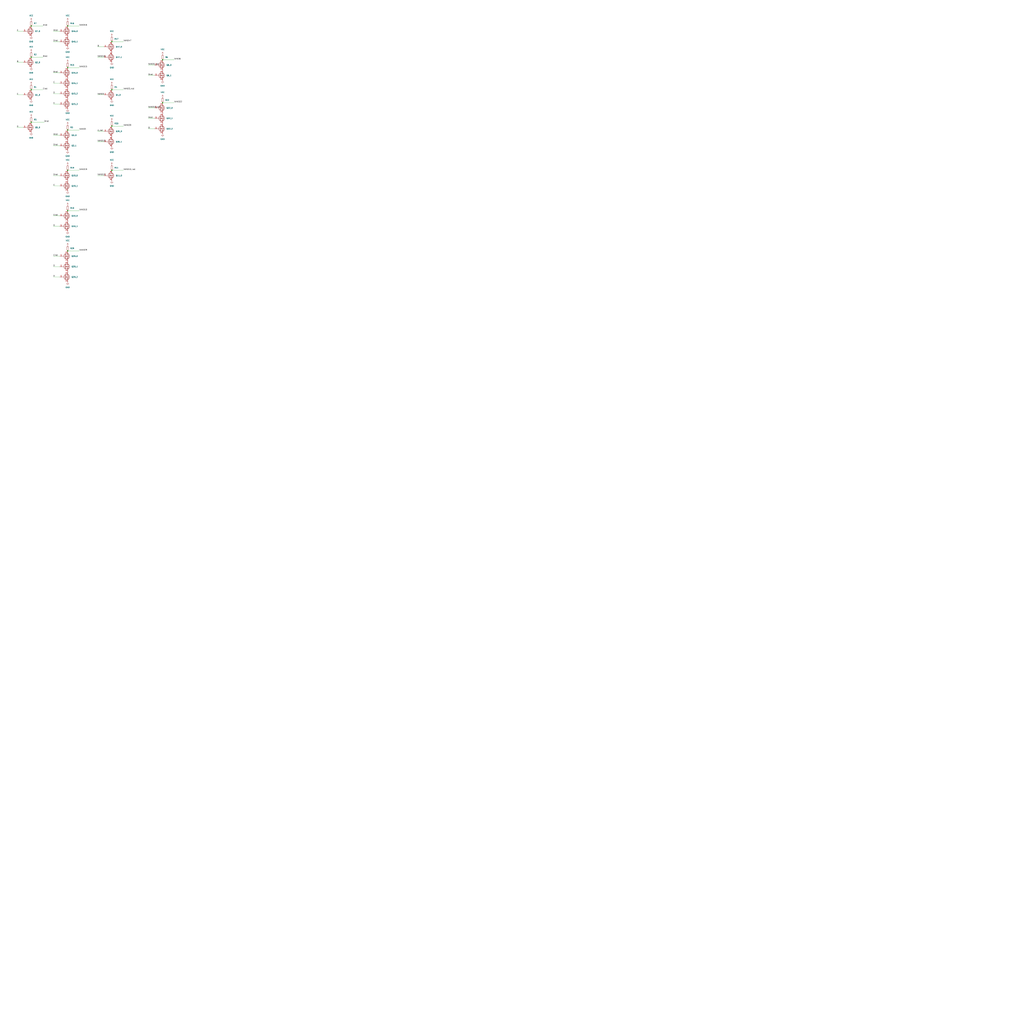
<source format=kicad_sch>
(kicad_sch (version 20211123) (generator eeschema)
  (paper "User" 999.998 999.998)
  (lib_symbols
    (symbol "Device:R_Small" (pin_numbers hide) (pin_names (offset 0.254) hide)
      (property "Reference" "R" (at 0.762 0.508 0))
      (property "Value" "R_Small" (at 0.762 -1.016 0))
      (symbol "R_Small_0_1"
        (rectangle (start -0.762 1.778) (end 0.762 -1.778) (stroke (width 0.2032)))
      )
      (symbol "R_Small_1_1"
        (pin passive line (at 0 2.54 270) (length 0.762) (name "~") (number "1"))
        (pin passive line (at 0 -2.54 90) (length 0.762) (name "~") (number "2"))
      )
    )
    (symbol "Transistor_FET:2N7002" (pin_names hide)
      (property "Reference" "Q" (at 5.08 1.905 0))
      (property "Value" "2N7002" (at 5.08 0 0))
      (symbol "2N7002_0_1"
        (polyline (pts (xy 0.254 0) (xy -2.54 0)))
        (polyline (pts (xy 0.254 1.905) (xy 0.254 -1.905)) (stroke (width 0.254)))
        (polyline (pts (xy 0.762 -1.27) (xy 0.762 -2.286)) (stroke (width 0.254)))
        (polyline (pts (xy 0.762 0.508) (xy 0.762 -0.508)) (stroke (width 0.254)))
        (polyline (pts (xy 0.762 2.286) (xy 0.762 1.27)) (stroke (width 0.254)))
        (polyline (pts (xy 2.54 2.54) (xy 2.54 1.778)))
        (polyline (pts (xy 2.54 -2.54) (xy 2.54 0) (xy 0.762 0)))
        (polyline (pts (xy 0.762 -1.778) (xy 3.302 -1.778) (xy 3.302 1.778) (xy 0.762 1.778)))
        (polyline (pts (xy 1.016 0) (xy 2.032 0.381) (xy 2.032 -0.381) (xy 1.016 0)) (fill (type outline)))
        (polyline (pts (xy 2.794 0.508) (xy 2.921 0.381) (xy 3.683 0.381) (xy 3.81 0.254)))
        (polyline (pts (xy 3.302 0.381) (xy 2.921 -0.254) (xy 3.683 -0.254) (xy 3.302 0.381)))
        (circle (center 1.651 0) (radius 2.794) (stroke (width 0.254)))
        (circle (center 2.54 -1.778) (radius 0.254) (fill (type outline)))
        (circle (center 2.54 1.778) (radius 0.254) (fill (type outline)))
      )
      (symbol "2N7002_1_1"
        (pin input line (at -5.08 0 0) (length 2.54) (name "G") (number "1"))
        (pin passive line (at 2.54 -5.08 90) (length 2.54) (name "S") (number "2"))
        (pin passive line (at 2.54 5.08 270) (length 2.54) (name "D") (number "3"))
      )
    )
    (symbol "power:GND" (power) (pin_names (offset 0))
      (property "Value" "GND" (at 0 -3.81 0))
      (symbol "GND_0_1"
        (polyline (pts (xy 0 0) (xy 0 -1.27) (xy 1.27 -1.27) (xy 0 -2.54) (xy -1.27 -1.27) (xy 0 -1.27)))
      )
      (symbol "GND_1_1"
        (pin power_in line (at 0 0 270) (length 0) hide (name "GND") (number "1"))
      )
    )
    (symbol "power:VCC" (power) (pin_names (offset 0))
      (property "Value" "VCC" (at 0 3.81 0))
      (symbol "VCC_0_1"
        (polyline (pts (xy -0.762 1.27) (xy 0 2.54)))
        (polyline (pts (xy 0 0) (xy 0 2.54)))
        (polyline (pts (xy 0 2.54) (xy 0.762 1.27)))
      )
      (symbol "VCC_1_1"
        (pin power_in line (at 0 0 90) (length 0) hide (name "VCC") (number "1"))
      )
    )
  )
  (junction (at 158.75 58.42))
  (junction (at 30.48 55.88))
  (junction (at 109.22 87.63))
  (junction (at 109.22 166.37))
  (junction (at 158.75 100.33))
  (junction (at 66.04 66.04))
  (junction (at 30.48 25.4))
  (junction (at 109.22 40.64))
  (junction (at 66.04 205.74))
  (junction (at 66.04 25.4))
  (junction (at 66.04 127))
  (junction (at 30.48 87.63))
  (junction (at 66.04 245.11))
  (junction (at 66.04 166.37))
  (junction (at 30.48 119.38))
  (junction (at 109.22 123.19))
  (wire (pts (xy 120.65 123.19) (xy 109.22 123.19)))
  (wire (pts (xy 16.51 30.48) (xy 22.86 30.48)))
  (wire (pts (xy 52.07 142.24) (xy 58.42 142.24)))
  (wire (pts (xy 144.78 125.73) (xy 151.13 125.73)))
  (wire (pts (xy 52.07 210.82) (xy 58.42 210.82)))
  (wire (pts (xy 77.47 66.04) (xy 66.04 66.04)))
  (wire (pts (xy 77.47 166.37) (xy 66.04 166.37)))
  (wire (pts (xy 77.47 25.4) (xy 66.04 25.4)))
  (wire (pts (xy 52.07 171.45) (xy 58.42 171.45)))
  (wire (pts (xy 170.18 58.42) (xy 158.75 58.42)))
  (wire (pts (xy 16.51 92.71) (xy 22.86 92.71)))
  (wire (pts (xy 41.91 55.88) (xy 30.48 55.88)))
  (wire (pts (xy 144.78 63.5) (xy 151.13 63.5)))
  (wire (pts (xy 77.47 205.74) (xy 66.04 205.74)))
  (wire (pts (xy 77.47 245.11) (xy 66.04 245.11)))
  (wire (pts (xy 52.07 220.98) (xy 58.42 220.98)))
  (wire (pts (xy 52.07 91.44) (xy 58.42 91.44)))
  (wire (pts (xy 77.47 127) (xy 66.04 127)))
  (wire (pts (xy 52.07 270.51) (xy 58.42 270.51)))
  (wire (pts (xy 52.07 132.08) (xy 58.42 132.08)))
  (wire (pts (xy 52.07 250.19) (xy 58.42 250.19)))
  (wire (pts (xy 16.51 60.96) (xy 22.86 60.96)))
  (wire (pts (xy 52.07 71.12) (xy 58.42 71.12)))
  (wire (pts (xy 144.78 73.66) (xy 151.13 73.66)))
  (wire (pts (xy 120.65 40.64) (xy 109.22 40.64)))
  (wire (pts (xy 52.07 181.61) (xy 58.42 181.61)))
  (wire (pts (xy 95.25 171.45) (xy 101.6 171.45)))
  (wire (pts (xy 41.91 25.4) (xy 30.48 25.4)))
  (wire (pts (xy 95.25 55.88) (xy 101.6 55.88)))
  (wire (pts (xy 144.78 115.57) (xy 151.13 115.57)))
  (wire (pts (xy 120.65 166.37) (xy 109.22 166.37)))
  (wire (pts (xy 41.91 87.63) (xy 30.48 87.63)))
  (wire (pts (xy 95.25 128.27) (xy 101.6 128.27)))
  (wire (pts (xy 16.51 124.46) (xy 22.86 124.46)))
  (wire (pts (xy 95.25 92.71) (xy 101.6 92.71)))
  (wire (pts (xy 52.07 40.64) (xy 58.42 40.64)))
  (wire (pts (xy 170.18 100.33) (xy 158.75 100.33)))
  (wire (pts (xy 95.25 138.43) (xy 101.6 138.43)))
  (wire (pts (xy 52.07 260.35) (xy 58.42 260.35)))
  (wire (pts (xy 95.25 45.72) (xy 101.6 45.72)))
  (wire (pts (xy 52.07 101.6) (xy 58.42 101.6)))
  (wire (pts (xy 30.48 119.38) (xy 43.18 119.38)))
  (wire (pts (xy 52.07 81.28) (xy 58.42 81.28)))
  (wire (pts (xy 144.78 105.41) (xy 151.13 105.41)))
  (wire (pts (xy 52.07 30.48) (xy 58.42 30.48)))
  (wire (pts (xy 120.65 87.63) (xy 109.22 87.63)))
  (label "NAND15" (at 77.47 66.04 0))
  (label "NAND10_not" (at 120.65 166.37 0))
  (label "Anot" (at 52.07 30.48 0))
  (label "NAND10_not" (at 144.78 105.41 0))
  (label "NAND46" (at 77.47 25.4 0))
  (label "NAND10" (at 77.47 205.74 0))
  (label "A_not" (at 95.25 128.27 0))
  (label "NAND29" (at 77.47 245.11 0))
  (label "A" (at 16.51 30.48 0))
  (label "Dnot" (at 52.07 142.24 0))
  (label "NAND3" (at 77.47 127 0))
  (label "Dnot" (at 52.07 40.64 0))
  (label "Cnot" (at 52.07 250.19 0))
  (label "D" (at 16.51 124.46 0))
  (label "Dnot" (at 43.18 119.38 0))
  (label "Anot" (at 52.07 132.08 0))
  (label "NAND22" (at 170.18 100.33 0))
  (label "NAND10" (at 95.25 171.45 0))
  (label "Dnot" (at 144.78 73.66 0))
  (label "D" (at 52.07 220.98 0))
  (label "Cnot" (at 41.91 87.63 0))
  (label "C" (at 16.51 92.71 0))
  (label "NAND46" (at 95.25 55.88 0))
  (label "C" (at 52.07 81.28 0))
  (label "B" (at 95.25 45.72 0))
  (label "NAND19" (at 95.25 138.43 0))
  (label "Dnot" (at 52.07 171.45 0))
  (label "D" (at 52.07 260.35 0))
  (label "NAND3_not" (at 120.65 87.63 0))
  (label "Cnot" (at 52.07 210.82 0))
  (label "NAND6" (at 170.18 58.42 0))
  (label "NAND47" (at 120.65 40.64 0))
  (label "NAND19" (at 77.47 166.37 0))
  (label "D" (at 52.07 91.44 0))
  (label "Anot" (at 144.78 115.57 0))
  (label "NAND3" (at 95.25 92.71 0))
  (label "B" (at 144.78 125.73 0))
  (label "NAND3_not" (at 144.78 63.5 0))
  (label "C" (at 52.07 181.61 0))
  (label "D" (at 52.07 270.51 0))
  (label "A" (at 52.07 101.6 0))
  (label "Anot" (at 41.91 25.4 0))
  (label "B" (at 16.51 60.96 0))
  (label "NAND20" (at 120.65 123.19 0))
  (label "Bnot" (at 52.07 71.12 0))
  (label "Bnot" (at 41.91 55.88 0))
  (symbol (lib_id "power:GND") (at 30.48 97.79 0) (unit 1)
    (property "Reference" "#PWR0101" (effects hide))
    (property "Value" "GND" (at 30.48 102.87 0))
  )
  (symbol (lib_id "power:GND") (at 66.04 45.72 0) (unit 1)
    (property "Reference" "#PWR0112" (effects hide))
    (property "Value" "GND" (at 66.04 50.8 0))
  )
  (symbol (lib_id "power:VCC") (at 30.48 20.32 0) (unit 1)
    (property "Reference" "#PWR0103" (effects hide))
    (property "Value" "VCC" (at 30.48 15.24 0))
  )
  (symbol (lib_id "Device:R_Small") (at 158.75 97.79 0) (unit 1)
    (property "Reference" "R22" (at 161.29 97.7899 0) (effects (justify left)))
    (property "Value" "R_Small" (effects hide))
    (property "Footprint" "Resistor_SMD:R_0402_1005Metric" (effects hide))
  )
  (symbol (lib_id "power:VCC") (at 109.22 35.56 0) (unit 1)
    (property "Reference" "#PWR0126" (effects hide))
    (property "Value" "VCC" (at 109.22 30.48 0))
  )
  (symbol (lib_id "Transistor_FET:2N7002") (at 63.5 171.45 0) (unit 1)
    (property "Reference" "Q19_0" (at 69.85 171.4499 0) (effects (justify left)))
    (property "Value" "2N7002" (effects hide))
    (property "Footprint" "Package_TO_SOT_SMD:SOT-23" (effects hide))
    (property "Datasheet" "https://www.onsemi.com/pub/Collateral/NDS7002A-D.PDF" (effects hide))
  )
  (symbol (lib_id "power:VCC") (at 158.75 95.25 0) (unit 1)
    (property "Reference" "#PWR0130" (effects hide))
    (property "Value" "VCC" (at 158.75 90.17 0))
  )
  (symbol (lib_id "Transistor_FET:2N7002") (at 156.21 105.41 0) (unit 1)
    (property "Reference" "Q22_0" (at 162.56 105.4099 0) (effects (justify left)))
    (property "Value" "2N7002" (effects hide))
    (property "Footprint" "Package_TO_SOT_SMD:SOT-23" (effects hide))
    (property "Datasheet" "https://www.onsemi.com/pub/Collateral/NDS7002A-D.PDF" (effects hide))
  )
  (symbol (lib_id "power:GND") (at 109.22 143.51 0) (unit 1)
    (property "Reference" "#PWR0123" (effects hide))
    (property "Value" "GND" (at 109.22 148.59 0))
  )
  (symbol (lib_id "Transistor_FET:2N7002") (at 156.21 73.66 0) (unit 1)
    (property "Reference" "Q6_1" (at 162.56 73.6599 0) (effects (justify left)))
    (property "Value" "2N7002" (effects hide))
    (property "Footprint" "Package_TO_SOT_SMD:SOT-23" (effects hide))
    (property "Datasheet" "https://www.onsemi.com/pub/Collateral/NDS7002A-D.PDF" (effects hide))
  )
  (symbol (lib_id "power:GND") (at 158.75 78.74 0) (unit 1)
    (property "Reference" "#PWR0124" (effects hide))
    (property "Value" "GND" (at 158.75 83.82 0))
  )
  (symbol (lib_id "Transistor_FET:2N7002") (at 156.21 63.5 0) (unit 1)
    (property "Reference" "Q6_0" (at 162.56 63.4999 0) (effects (justify left)))
    (property "Value" "2N7002" (effects hide))
    (property "Footprint" "Package_TO_SOT_SMD:SOT-23" (effects hide))
    (property "Datasheet" "https://www.onsemi.com/pub/Collateral/NDS7002A-D.PDF" (effects hide))
  )
  (symbol (lib_id "Device:R_Small") (at 158.75 55.88 0) (unit 1)
    (property "Reference" "R6" (at 161.29 55.8799 0) (effects (justify left)))
    (property "Value" "R_Small" (effects hide))
    (property "Footprint" "Resistor_SMD:R_0402_1005Metric" (effects hide))
  )
  (symbol (lib_id "power:VCC") (at 109.22 118.11 0) (unit 1)
    (property "Reference" "#PWR0129" (effects hide))
    (property "Value" "VCC" (at 109.22 113.03 0))
  )
  (symbol (lib_id "Transistor_FET:2N7002") (at 27.94 30.48 0) (unit 1)
    (property "Reference" "Q7_0" (at 34.29 30.4799 0) (effects (justify left)))
    (property "Value" "2N7002" (effects hide))
    (property "Footprint" "Package_TO_SOT_SMD:SOT-23" (effects hide))
    (property "Datasheet" "https://www.onsemi.com/pub/Collateral/NDS7002A-D.PDF" (effects hide))
  )
  (symbol (lib_id "power:VCC") (at 30.48 50.8 0) (unit 1)
    (property "Reference" "#PWR0110" (effects hide))
    (property "Value" "VCC" (at 30.48 45.72 0))
  )
  (symbol (lib_id "Transistor_FET:2N7002") (at 63.5 220.98 0) (unit 1)
    (property "Reference" "Q10_1" (at 69.85 220.9799 0) (effects (justify left)))
    (property "Value" "2N7002" (effects hide))
    (property "Footprint" "Package_TO_SOT_SMD:SOT-23" (effects hide))
    (property "Datasheet" "https://www.onsemi.com/pub/Collateral/NDS7002A-D.PDF" (effects hide))
  )
  (symbol (lib_id "power:VCC") (at 66.04 200.66 0) (unit 1)
    (property "Reference" "#PWR0115" (effects hide))
    (property "Value" "VCC" (at 66.04 195.58 0))
  )
  (symbol (lib_id "power:GND") (at 66.04 106.68 0) (unit 1)
    (property "Reference" "#PWR0107" (effects hide))
    (property "Value" "GND" (at 66.04 110.49 0))
  )
  (symbol (lib_id "power:GND") (at 109.22 60.96 0) (unit 1)
    (property "Reference" "#PWR0128" (effects hide))
    (property "Value" "GND" (at 109.22 66.04 0))
  )
  (symbol (lib_id "power:VCC") (at 66.04 240.03 0) (unit 1)
    (property "Reference" "#PWR0118" (effects hide))
    (property "Value" "VCC" (at 66.04 234.95 0))
  )
  (symbol (lib_id "Transistor_FET:2N7002") (at 63.5 71.12 0) (unit 1)
    (property "Reference" "Q15_0" (at 69.85 71.1199 0) (effects (justify left)))
    (property "Value" "2N7002" (effects hide))
    (property "Footprint" "Package_TO_SOT_SMD:SOT-23" (effects hide))
    (property "Datasheet" "https://www.onsemi.com/pub/Collateral/NDS7002A-D.PDF" (effects hide))
  )
  (symbol (lib_id "Transistor_FET:2N7002") (at 63.5 270.51 0) (unit 1)
    (property "Reference" "Q29_2" (at 69.85 270.5099 0) (effects (justify left)))
    (property "Value" "2N7002" (effects hide))
    (property "Footprint" "Package_TO_SOT_SMD:SOT-23" (effects hide))
    (property "Datasheet" "https://www.onsemi.com/pub/Collateral/NDS7002A-D.PDF" (effects hide))
  )
  (symbol (lib_id "power:GND") (at 158.75 130.81 0) (unit 1)
    (property "Reference" "#PWR0131" (effects hide))
    (property "Value" "GND" (at 158.75 135.89 0))
  )
  (symbol (lib_id "power:VCC") (at 66.04 60.96 0) (unit 1)
    (property "Reference" "#PWR0111" (effects hide))
    (property "Value" "VCC" (at 66.04 55.88 0))
  )
  (symbol (lib_id "Transistor_FET:2N7002") (at 63.5 250.19 0) (unit 1)
    (property "Reference" "Q29_0" (at 69.85 250.1899 0) (effects (justify left)))
    (property "Value" "2N7002" (effects hide))
    (property "Footprint" "Package_TO_SOT_SMD:SOT-23" (effects hide))
    (property "Datasheet" "https://www.onsemi.com/pub/Collateral/NDS7002A-D.PDF" (effects hide))
  )
  (symbol (lib_id "Device:R_Small") (at 30.48 53.34 0) (unit 1)
    (property "Reference" "R2" (at 33.02 53.3399 0) (effects (justify left)))
    (property "Value" "R_Small" (effects hide))
    (property "Footprint" "Resistor_SMD:R_0402_1005Metric" (effects hide))
  )
  (symbol (lib_id "Transistor_FET:2N7002") (at 106.68 45.72 0) (unit 1)
    (property "Reference" "Q47_0" (at 113.03 45.7199 0) (effects (justify left)))
    (property "Value" "2N7002" (effects hide))
    (property "Footprint" "Package_TO_SOT_SMD:SOT-23" (effects hide))
    (property "Datasheet" "https://www.onsemi.com/pub/Collateral/NDS7002A-D.PDF" (effects hide))
  )
  (symbol (lib_id "power:GND") (at 109.22 97.79 0) (unit 1)
    (property "Reference" "#PWR0132" (effects hide))
    (property "Value" "GND" (at 109.22 102.87 0))
  )
  (symbol (lib_id "Device:R_Small") (at 30.48 22.86 0) (unit 1)
    (property "Reference" "R7" (at 33.02 22.8599 0) (effects (justify left)))
    (property "Value" "R_Small" (effects hide))
    (property "Footprint" "Resistor_SMD:R_0402_1005Metric" (effects hide))
  )
  (symbol (lib_id "Transistor_FET:2N7002") (at 27.94 124.46 0) (unit 1)
    (property "Reference" "Q5_0" (at 34.29 124.4599 0) (effects (justify left)))
    (property "Value" "2N7002" (effects hide))
    (property "Footprint" "Package_TO_SOT_SMD:SOT-23" (effects hide))
    (property "Datasheet" "https://www.onsemi.com/pub/Collateral/NDS7002A-D.PDF" (effects hide))
  )
  (symbol (lib_id "Transistor_FET:2N7002") (at 63.5 181.61 0) (unit 1)
    (property "Reference" "Q19_1" (at 69.85 181.6099 0) (effects (justify left)))
    (property "Value" "2N7002" (effects hide))
    (property "Footprint" "Package_TO_SOT_SMD:SOT-23" (effects hide))
    (property "Datasheet" "https://www.onsemi.com/pub/Collateral/NDS7002A-D.PDF" (effects hide))
  )
  (symbol (lib_id "Transistor_FET:2N7002") (at 27.94 60.96 0) (unit 1)
    (property "Reference" "Q2_0" (at 34.29 60.9599 0) (effects (justify left)))
    (property "Value" "2N7002" (effects hide))
    (property "Footprint" "Package_TO_SOT_SMD:SOT-23" (effects hide))
    (property "Datasheet" "https://www.onsemi.com/pub/Collateral/NDS7002A-D.PDF" (effects hide))
  )
  (symbol (lib_id "Device:R_Small") (at 109.22 120.65 0) (unit 1)
    (property "Reference" "R20" (at 111.76 120.6499 0) (effects (justify left)))
    (property "Value" "R_Small" (effects hide))
    (property "Footprint" "Resistor_SMD:R_0402_1005Metric" (effects hide))
  )
  (symbol (lib_id "power:GND") (at 109.22 176.53 0) (unit 1)
    (property "Reference" "#PWR0119" (effects hide))
    (property "Value" "GND" (at 109.22 181.61 0))
  )
  (symbol (lib_id "Transistor_FET:2N7002") (at 63.5 81.28 0) (unit 1)
    (property "Reference" "Q15_1" (at 69.85 81.2799 0) (effects (justify left)))
    (property "Value" "2N7002" (effects hide))
    (property "Footprint" "Package_TO_SOT_SMD:SOT-23" (effects hide))
    (property "Datasheet" "https://www.onsemi.com/pub/Collateral/NDS7002A-D.PDF" (effects hide))
  )
  (symbol (lib_id "Transistor_FET:2N7002") (at 63.5 101.6 0) (unit 1)
    (property "Reference" "Q15_3" (at 69.85 101.5999 0) (effects (justify left)))
    (property "Value" "2N7002" (effects hide))
    (property "Footprint" "Package_TO_SOT_SMD:SOT-23" (effects hide))
    (property "Datasheet" "https://www.onsemi.com/pub/Collateral/NDS7002A-D.PDF" (effects hide))
  )
  (symbol (lib_id "Device:R_Small") (at 66.04 163.83 0) (unit 1)
    (property "Reference" "R19" (at 68.58 163.8299 0) (effects (justify left)))
    (property "Value" "R_Small" (effects hide))
    (property "Footprint" "Resistor_SMD:R_0402_1005Metric" (effects hide))
  )
  (symbol (lib_id "Transistor_FET:2N7002") (at 63.5 30.48 0) (unit 1)
    (property "Reference" "Q46_0" (at 69.85 30.4799 0) (effects (justify left)))
    (property "Value" "2N7002" (effects hide))
    (property "Footprint" "Package_TO_SOT_SMD:SOT-23" (effects hide))
    (property "Datasheet" "https://www.onsemi.com/pub/Collateral/NDS7002A-D.PDF" (effects hide))
  )
  (symbol (lib_id "Device:R_Small") (at 109.22 38.1 0) (unit 1)
    (property "Reference" "R47" (at 111.76 38.0999 0) (effects (justify left)))
    (property "Value" "R_Small" (effects hide))
    (property "Footprint" "Resistor_SMD:R_0402_1005Metric" (effects hide))
  )
  (symbol (lib_id "Device:R_Small") (at 66.04 203.2 0) (unit 1)
    (property "Reference" "R10" (at 68.58 203.1999 0) (effects (justify left)))
    (property "Value" "R_Small" (effects hide))
    (property "Footprint" "Resistor_SMD:R_0402_1005Metric" (effects hide))
  )
  (symbol (lib_id "power:VCC") (at 66.04 121.92 0) (unit 1)
    (property "Reference" "#PWR0108" (effects hide))
    (property "Value" "VCC" (at 66.04 116.84 0))
  )
  (symbol (lib_id "power:GND") (at 66.04 186.69 0) (unit 1)
    (property "Reference" "#PWR0114" (effects hide))
    (property "Value" "GND" (at 66.04 191.77 0))
  )
  (symbol (lib_id "power:VCC") (at 66.04 20.32 0) (unit 1)
    (property "Reference" "#PWR0113" (effects hide))
    (property "Value" "VCC" (at 66.04 15.24 0))
  )
  (symbol (lib_id "power:GND") (at 30.48 35.56 0) (unit 1)
    (property "Reference" "#PWR0102" (effects hide))
    (property "Value" "GND" (at 30.48 40.64 0))
  )
  (symbol (lib_id "Transistor_FET:2N7002") (at 106.68 55.88 0) (unit 1)
    (property "Reference" "Q47_1" (at 113.03 55.8799 0) (effects (justify left)))
    (property "Value" "2N7002" (effects hide))
    (property "Footprint" "Package_TO_SOT_SMD:SOT-23" (effects hide))
    (property "Datasheet" "https://www.onsemi.com/pub/Collateral/NDS7002A-D.PDF" (effects hide))
  )
  (symbol (lib_id "Transistor_FET:2N7002") (at 27.94 92.71 0) (unit 1)
    (property "Reference" "Q1_0" (at 34.29 92.7099 0) (effects (justify left)))
    (property "Value" "2N7002" (effects hide))
    (property "Footprint" "Package_TO_SOT_SMD:SOT-23" (effects hide))
    (property "Datasheet" "https://www.onsemi.com/pub/Collateral/NDS7002A-D.PDF" (effects hide))
  )
  (symbol (lib_id "Transistor_FET:2N7002") (at 156.21 125.73 0) (unit 1)
    (property "Reference" "Q22_2" (at 162.56 125.7299 0) (effects (justify left)))
    (property "Value" "2N7002" (effects hide))
    (property "Footprint" "Package_TO_SOT_SMD:SOT-23" (effects hide))
    (property "Datasheet" "https://www.onsemi.com/pub/Collateral/NDS7002A-D.PDF" (effects hide))
  )
  (symbol (lib_id "Device:R_Small") (at 30.48 116.84 0) (unit 1)
    (property "Reference" "R5" (at 33.02 116.8399 0) (effects (justify left)))
    (property "Value" "R_Small" (effects hide))
    (property "Footprint" "Resistor_SMD:R_0402_1005Metric" (effects hide))
  )
  (symbol (lib_id "Device:R_Small") (at 66.04 63.5 0) (unit 1)
    (property "Reference" "R15" (at 68.58 63.4999 0) (effects (justify left)))
    (property "Value" "R_Small" (effects hide))
    (property "Footprint" "Resistor_SMD:R_0402_1005Metric" (effects hide))
  )
  (symbol (lib_id "Device:R_Small") (at 66.04 22.86 0) (unit 1)
    (property "Reference" "R46" (at 68.58 22.8599 0) (effects (justify left)))
    (property "Value" "R_Small" (effects hide))
    (property "Footprint" "Resistor_SMD:R_0402_1005Metric" (effects hide))
  )
  (symbol (lib_id "power:VCC") (at 30.48 114.3 0) (unit 1)
    (property "Reference" "#PWR0106" (effects hide))
    (property "Value" "VCC" (at 30.48 109.22 0))
  )
  (symbol (lib_id "Transistor_FET:2N7002") (at 63.5 91.44 0) (unit 1)
    (property "Reference" "Q15_2" (at 69.85 91.4399 0) (effects (justify left)))
    (property "Value" "2N7002" (effects hide))
    (property "Footprint" "Package_TO_SOT_SMD:SOT-23" (effects hide))
    (property "Datasheet" "https://www.onsemi.com/pub/Collateral/NDS7002A-D.PDF" (effects hide))
  )
  (symbol (lib_id "Transistor_FET:2N7002") (at 106.68 171.45 0) (unit 1)
    (property "Reference" "Q11_0" (at 113.03 171.4499 0) (effects (justify left)))
    (property "Value" "2N7002" (effects hide))
    (property "Footprint" "Package_TO_SOT_SMD:SOT-23" (effects hide))
    (property "Datasheet" "https://www.onsemi.com/pub/Collateral/NDS7002A-D.PDF" (effects hide))
  )
  (symbol (lib_id "Transistor_FET:2N7002") (at 106.68 92.71 0) (unit 1)
    (property "Reference" "Q4_0" (at 113.03 92.7099 0) (effects (justify left)))
    (property "Value" "2N7002" (effects hide))
    (property "Footprint" "Package_TO_SOT_SMD:SOT-23" (effects hide))
    (property "Datasheet" "https://www.onsemi.com/pub/Collateral/NDS7002A-D.PDF" (effects hide))
  )
  (symbol (lib_id "power:GND") (at 30.48 66.04 0) (unit 1)
    (property "Reference" "#PWR0104" (effects hide))
    (property "Value" "GND" (at 30.48 71.12 0))
  )
  (symbol (lib_id "Device:R_Small") (at 66.04 242.57 0) (unit 1)
    (property "Reference" "R29" (at 68.58 242.5699 0) (effects (justify left)))
    (property "Value" "R_Small" (effects hide))
    (property "Footprint" "Resistor_SMD:R_0402_1005Metric" (effects hide))
  )
  (symbol (lib_id "power:GND") (at 66.04 147.32 0) (unit 1)
    (property "Reference" "#PWR0120" (effects hide))
    (property "Value" "GND" (at 66.04 152.4 0))
  )
  (symbol (lib_id "Transistor_FET:2N7002") (at 106.68 128.27 0) (unit 1)
    (property "Reference" "Q20_0" (at 113.03 128.2699 0) (effects (justify left)))
    (property "Value" "2N7002" (effects hide))
    (property "Footprint" "Package_TO_SOT_SMD:SOT-23" (effects hide))
    (property "Datasheet" "https://www.onsemi.com/pub/Collateral/NDS7002A-D.PDF" (effects hide))
  )
  (symbol (lib_id "Transistor_FET:2N7002") (at 63.5 40.64 0) (unit 1)
    (property "Reference" "Q46_1" (at 69.85 40.6399 0) (effects (justify left)))
    (property "Value" "2N7002" (effects hide))
    (property "Footprint" "Package_TO_SOT_SMD:SOT-23" (effects hide))
    (property "Datasheet" "https://www.onsemi.com/pub/Collateral/NDS7002A-D.PDF" (effects hide))
  )
  (symbol (lib_id "Transistor_FET:2N7002") (at 63.5 132.08 0) (unit 1)
    (property "Reference" "Q3_0" (at 69.85 132.0799 0) (effects (justify left)))
    (property "Value" "2N7002" (effects hide))
    (property "Footprint" "Package_TO_SOT_SMD:SOT-23" (effects hide))
    (property "Datasheet" "https://www.onsemi.com/pub/Collateral/NDS7002A-D.PDF" (effects hide))
  )
  (symbol (lib_id "Transistor_FET:2N7002") (at 156.21 115.57 0) (unit 1)
    (property "Reference" "Q22_1" (at 162.56 115.5699 0) (effects (justify left)))
    (property "Value" "2N7002" (effects hide))
    (property "Footprint" "Package_TO_SOT_SMD:SOT-23" (effects hide))
    (property "Datasheet" "https://www.onsemi.com/pub/Collateral/NDS7002A-D.PDF" (effects hide))
  )
  (symbol (lib_id "power:GND") (at 30.48 129.54 0) (unit 1)
    (property "Reference" "#PWR0109" (effects hide))
    (property "Value" "GND" (at 30.48 134.62 0))
  )
  (symbol (lib_id "Transistor_FET:2N7002") (at 63.5 260.35 0) (unit 1)
    (property "Reference" "Q29_1" (at 69.85 260.3499 0) (effects (justify left)))
    (property "Value" "2N7002" (effects hide))
    (property "Footprint" "Package_TO_SOT_SMD:SOT-23" (effects hide))
    (property "Datasheet" "https://www.onsemi.com/pub/Collateral/NDS7002A-D.PDF" (effects hide))
  )
  (symbol (lib_id "Device:R_Small") (at 109.22 163.83 0) (unit 1)
    (property "Reference" "R11" (at 111.76 163.8299 0) (effects (justify left)))
    (property "Value" "R_Small" (effects hide))
    (property "Footprint" "Resistor_SMD:R_0402_1005Metric" (effects hide))
  )
  (symbol (lib_id "Transistor_FET:2N7002") (at 106.68 138.43 0) (unit 1)
    (property "Reference" "Q20_1" (at 113.03 138.4299 0) (effects (justify left)))
    (property "Value" "2N7002" (effects hide))
    (property "Footprint" "Package_TO_SOT_SMD:SOT-23" (effects hide))
    (property "Datasheet" "https://www.onsemi.com/pub/Collateral/NDS7002A-D.PDF" (effects hide))
  )
  (symbol (lib_id "power:GND") (at 66.04 275.59 0) (unit 1)
    (property "Reference" "#PWR0116" (effects hide))
    (property "Value" "GND" (at 66.04 280.67 0))
  )
  (symbol (lib_id "power:VCC") (at 66.04 161.29 0) (unit 1)
    (property "Reference" "#PWR0121" (effects hide))
    (property "Value" "VCC" (at 66.04 156.21 0))
  )
  (symbol (lib_id "Device:R_Small") (at 66.04 124.46 0) (unit 1)
    (property "Reference" "R3" (at 68.58 124.4599 0) (effects (justify left)))
    (property "Value" "R_Small" (effects hide))
    (property "Footprint" "Resistor_SMD:R_0402_1005Metric" (effects hide))
  )
  (symbol (lib_id "power:VCC") (at 158.75 53.34 0) (unit 1)
    (property "Reference" "#PWR0125" (effects hide))
    (property "Value" "VCC" (at 158.75 48.26 0))
  )
  (symbol (lib_id "power:VCC") (at 109.22 82.55 0) (unit 1)
    (property "Reference" "#PWR0127" (effects hide))
    (property "Value" "VCC" (at 109.22 77.47 0))
  )
  (symbol (lib_id "power:GND") (at 66.04 226.06 0) (unit 1)
    (property "Reference" "#PWR0117" (effects hide))
    (property "Value" "GND" (at 66.04 231.14 0))
  )
  (symbol (lib_id "power:VCC") (at 30.48 82.55 0) (unit 1)
    (property "Reference" "#PWR0105" (effects hide))
    (property "Value" "VCC" (at 30.48 77.47 0))
  )
  (symbol (lib_id "power:VCC") (at 109.22 161.29 0) (unit 1)
    (property "Reference" "#PWR0122" (effects hide))
    (property "Value" "VCC" (at 109.22 156.21 0))
  )
  (symbol (lib_id "Device:R_Small") (at 30.48 85.09 0) (unit 1)
    (property "Reference" "R1" (at 33.02 85.0899 0) (effects (justify left)))
    (property "Value" "R_Small" (effects hide))
    (property "Footprint" "Resistor_SMD:R_0402_1005Metric" (effects hide))
  )
  (symbol (lib_id "Device:R_Small") (at 109.22 85.09 0) (unit 1)
    (property "Reference" "R4" (at 111.76 85.0899 0) (effects (justify left)))
    (property "Value" "R_Small" (effects hide))
    (property "Footprint" "Resistor_SMD:R_0402_1005Metric" (effects hide))
  )
  (symbol (lib_id "Transistor_FET:2N7002") (at 63.5 210.82 0) (unit 1)
    (property "Reference" "Q10_0" (at 69.85 210.8199 0) (effects (justify left)))
    (property "Value" "2N7002" (effects hide))
    (property "Footprint" "Package_TO_SOT_SMD:SOT-23" (effects hide))
    (property "Datasheet" "https://www.onsemi.com/pub/Collateral/NDS7002A-D.PDF" (effects hide))
  )
  (symbol (lib_id "Transistor_FET:2N7002") (at 63.5 142.24 0) (unit 1)
    (property "Reference" "Q3_1" (at 69.85 142.2399 0) (effects (justify left)))
    (property "Value" "2N7002" (effects hide))
    (property "Footprint" "Package_TO_SOT_SMD:SOT-23" (effects hide))
    (property "Datasheet" "https://www.onsemi.com/pub/Collateral/NDS7002A-D.PDF" (effects hide))
  )
)
</source>
